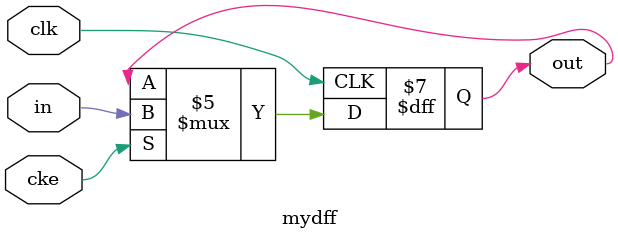
<source format=sv>
`timescale 1ns/1ps

module mydff #(
    parameter N=1
) (
    input wire [N-1:0] in,
    input wire clk,
    input wire cke,
    output reg [N-1:0] out = 0
);
    always @(posedge clk) begin
        if (cke == 1'b1) begin
            out <= in;
        end else begin
            out <= out;
        end
    end
endmodule

</source>
